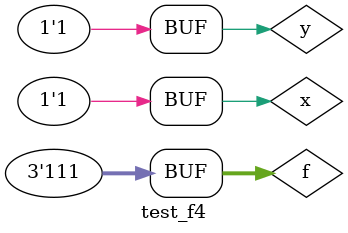
<source format=v>

module selecionador (output saida, input a, input b, input c, input d, input e, input f, input g, input h, input [2:0]chave);
	
	wire [7:0]s;
	wire saida_not1;
	wire saida_not2;
	wire saida_not3;
	
	not NOT1(saida_not1, chave[0]);
	not NOT1(saida_not2, chave[1]);
	not NOT1(saida_not3, chave[2]);
	
	and AND1(s[0], a, saida_not3, saida_not2, saida_not1);
	and AND2(s[1], b, saida_not3, saida_not2, chave[0]);
	and AND3(s[2], c, saida_not3, chave[1], saida_not1);
	and AND4(s[3], d, saida_not3, chave[1], chave[0]);
	and AND5(s[4], e, chave[2], saida_not2, saida_not1);
	and AND6(s[5], f, chave[2], saida_not2, chave[0]);
	and AND7(s[6], g, chave[2], chave[1], saida_not1);
	and AND8(s[7], h, chave[2], chave[1], chave[0]);
	
	or OR1(saida, s[0], s[1], s[2], s[3], s[4], s[5], s[6], s[7]);
	
endmodule // -- selecionador

// -------------------------
// --- f4_gate
// -------------------------
module f4 (output saida, input x, input y, input [2:0]flag);
	wire saida_not1;
	wire saida_not2;
	wire saida_or;
	wire saida_nor;
	wire saida_and;
	wire saida_nand;
	wire saida_xor;
	wire saida_xnor;
	
	not NOT1(saida_not1, x);
	not NOT2(saida_not2, y);
	
	or OR1(saida_or, x, y);
	nor NOR1(saida_nor, x, y);
	
	and AND1(saida_and, x, y);
	nand NAND1(saida_nand, x, y);
	
	xor XOR1(saida_xor, x, y);
	xnor XNOR1(saida_xnor, x, y);
	
	selecionador SEL1 (saida, saida_not1, saida_not2, saida_or, saida_nor, saida_and, saida_nand, saida_xor, saida_xnor, flag);

endmodule // -- f4

// -------------------------
// --- modulo de teste
// -------------------------
module test_f4;
	
	reg  x;
	reg  y;
	reg  [2:0]f;
	wire z;
	
	f4 modulo (z, x, y, f);
	
	// -- parte principal
	initial begin
	
	$display("Exemplo0035  - Guia03 - Ana Cristina - 427385");
	$display("Test LU's module\n");
   $display("Legenda da chave: 000-NOT A; 001-NOT B; 010-OR; 011-NOR; 100-AND; 101-NAND; 110-XOR; 111-XNOR\n");
	
	#1 x = 'b0; y = 'b0; f = 000;
	$monitor("ch = %b \t x = %b\t y = %b\t s = %b", f, x, y, z);
	#1 x = 'b0; y = 'b0; f = 001;
	#1 x = 'b0; y = 'b0; f = 010;
	#1 x = 'b0; y = 'b0; f = 011;
	#1 x = 'b0; y = 'b0; f = 100;
	#1 x = 'b0; y = 'b0; f = 101;
	#1 x = 'b0; y = 'b0; f = 110;
	#1 x = 'b0; y = 'b0; f = 111;
	
	#1 x = 'b0; y = 'b1; f = 000;
	$display("\n");
	#1 x = 'b0; y = 'b1; f = 001;
	#1 x = 'b0; y = 'b1; f = 010;
	#1 x = 'b0; y = 'b1; f = 011;
	#1 x = 'b0; y = 'b1; f = 100;
	#1 x = 'b0; y = 'b1; f = 101;
	#1 x = 'b0; y = 'b1; f = 110;
	#1 x = 'b0; y = 'b1; f = 111;
	
	#1 x = 'b1; y = 'b0; f = 000;
	$display("\n");
	#1 x = 'b1; y = 'b0; f = 001;
	#1 x = 'b1; y = 'b0; f = 010;
	#1 x = 'b1; y = 'b0; f = 011;
	#1 x = 'b1; y = 'b0; f = 100;
	#1 x = 'b1; y = 'b0; f = 101;
	#1 x = 'b1; y = 'b0; f = 110;
	#1 x = 'b1; y = 'b0; f = 111;
	
	#1 x = 'b1; y = 'b1; f = 000;
	$display("\n");
	#1 x = 'b1; y = 'b1; f = 001;
	#1 x = 'b1; y = 'b1; f = 010;
	#1 x = 'b1; y = 'b1; f = 011;
	#1 x = 'b1; y = 'b1; f = 100;
	#1 x = 'b1; y = 'b1; f = 101;
	#1 x = 'b1; y = 'b1; f = 110;
	#1 x = 'b1; y = 'b1; f = 111;
	
	end
endmodule // -- test_f4
// ------------------------------------------------------------------------ previsao de testes
// -- Legenda da chave: 000-NOT A; 001-NOT B; 010-OR; 011-NOR; 100-AND; 101-NAND; 110-XOR; 111-XNOR
// -- ch = 000 	 x = 0	 y = 0	 s = 1
// -- ch = 001 	 x = 0	 y = 0	 s = 1
// -- ch = 010 	 x = 0	 y = 0	 s = 0
// -- ch = 011 	 x = 0	 y = 0	 s = 1
// -- ch = 100 	 x = 0	 y = 0	 s = 0
// -- ch = 101 	 x = 0	 y = 0	 s = 1
// -- ch = 110 	 x = 0	 y = 0	 s = 0
// -- ch = 111 	 x = 0	 y = 0	 s = 1
// -- ch = 000 	 x = 0	 y = 1	 s = 1
// -- ch = 001 	 x = 0	 y = 1	 s = 0
// -- ch = 010 	 x = 0	 y = 1	 s = 1
// -- ch = 011 	 x = 0	 y = 1	 s = 0
// -- ch = 100 	 x = 0	 y = 1	 s = 0
// -- ch = 101 	 x = 0	 y = 1	 s = 1
// -- ch = 110 	 x = 0	 y = 1	 s = 1
// -- ch = 111 	 x = 0	 y = 1	 s = 0
// -- ch = 000 	 x = 1	 y = 0	 s = 0
// -- ch = 001 	 x = 1	 y = 0	 s = 1
// -- ch = 010 	 x = 1	 y = 0	 s = 1
// -- ch = 011 	 x = 1	 y = 0	 s = 0
// -- ch = 100 	 x = 1	 y = 0	 s = 0
// -- ch = 101 	 x = 1	 y = 0	 s = 1
// -- ch = 110 	 x = 1	 y = 0	 s = 1
// -- ch = 111 	 x = 1	 y = 0	 s = 0
// -- ch = 000 	 x = 1	 y = 1	 s = 0
// -- ch = 001 	 x = 1	 y = 1	 s = 0
// -- ch = 010 	 x = 1	 y = 1	 s = 1
// -- ch = 011 	 x = 1	 y = 1	 s = 0
// -- ch = 100 	 x = 1	 y = 1	 s = 1
// -- ch = 101 	 x = 1	 y = 1	 s = 0
// -- ch = 110 	 x = 1	 y = 1	 s = 0
// -- ch = 111 	 x = 1	 y = 1	 s = 1
</source>
